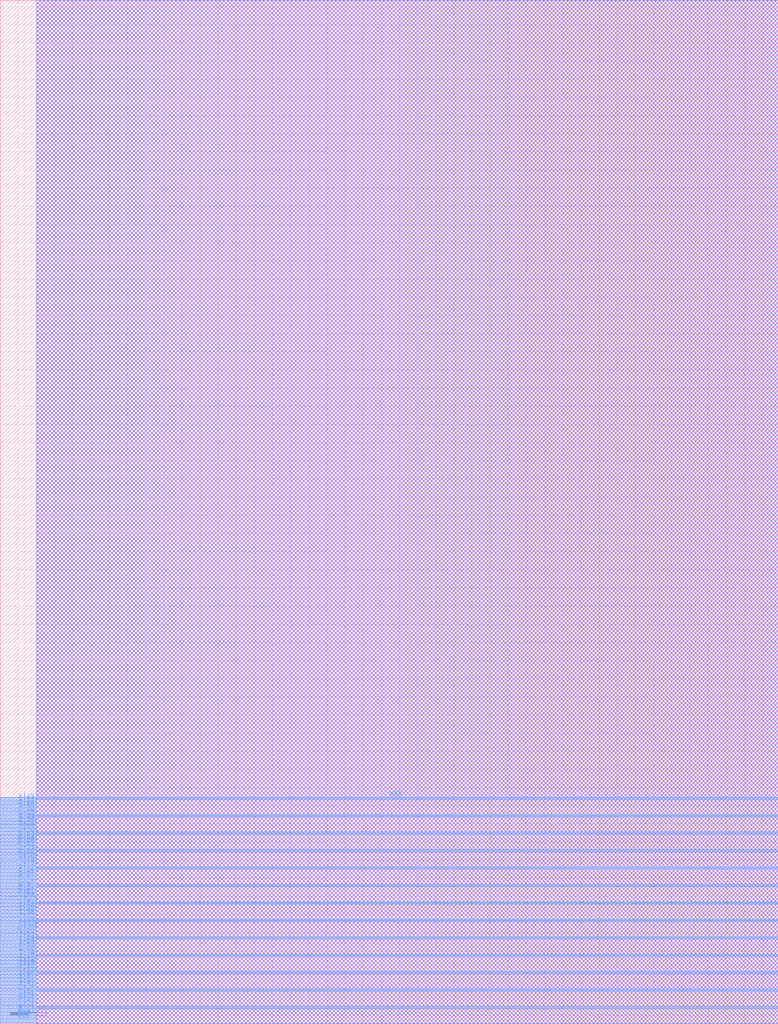
<source format=lef>
VERSION 5.6 ;
BUSBITCHARS "[]" ;
DIVIDERCHAR "/" ;

MACRO SRAM1RW256x46
  CLASS BLOCK ;
  ORIGIN 0 0 ;
  FOREIGN SRAM1RW256x46 0 0 ;
  SIZE 85.728 BY 112.728 ;
  SYMMETRY X Y ;
  SITE coreSite ;
  PIN VDD
    DIRECTION INOUT ;
    USE POWER ;
    PORT 
      LAYER M4 ;
        RECT 0.0 1.632 85.728 1.728 ;
        RECT 0.0 3.552 85.728 3.648 ;
        RECT 0.0 5.472 85.728 5.568 ;
        RECT 0.0 7.392 85.728 7.488 ;
        RECT 0.0 9.312 85.728 9.408 ;
        RECT 0.0 11.232 85.728 11.328 ;
        RECT 0.0 13.152 85.728 13.248 ;
        RECT 0.0 15.072 85.728 15.168 ;
        RECT 0.0 16.992 85.728 17.088 ;
        RECT 0.0 18.912 85.728 19.008 ;
        RECT 0.0 20.832 85.728 20.928 ;
        RECT 0.0 22.752 85.728 22.848 ;
        RECT 0.0 24.672 85.728 24.768 ;
    END 
  END VDD
  PIN VSS
    DIRECTION INOUT ;
    USE GROUND ;
    PORT 
      LAYER M4 ;
        RECT 0.0 1.824 85.728 1.92 ;
        RECT 0.0 3.744 85.728 3.84 ;
        RECT 0.0 5.664 85.728 5.76 ;
        RECT 0.0 7.584 85.728 7.68 ;
        RECT 0.0 9.504 85.728 9.6 ;
        RECT 0.0 11.424 85.728 11.52 ;
        RECT 0.0 13.344 85.728 13.44 ;
        RECT 0.0 15.264 85.728 15.36 ;
        RECT 0.0 17.184 85.728 17.28 ;
        RECT 0.0 19.104 85.728 19.2 ;
        RECT 0.0 21.024 85.728 21.12 ;
        RECT 0.0 22.944 85.728 23.04 ;
        RECT 0.0 24.864 85.728 24.96 ;
    END 
  END VSS
  PIN CE
    DIRECTION INPUT ;
    USE SIGNAL ;
    PORT 
      LAYER M4 ;
        RECT 0.0 0.096 4.0 0.192 ;
    END 
  END CE
  PIN WEB
    DIRECTION INPUT ;
    USE SIGNAL ;
    PORT 
      LAYER M4 ;
        RECT 0.0 0.288 4.0 0.384 ;
    END 
  END WEB
  PIN OEB
    DIRECTION INPUT ;
    USE SIGNAL ;
    PORT 
      LAYER M4 ;
        RECT 0.0 0.48 4.0 0.576 ;
    END 
  END OEB
  PIN CSB
    DIRECTION INPUT ;
    USE SIGNAL ;
    PORT 
      LAYER M4 ;
        RECT 0.0 0.672 4.0 0.768 ;
    END 
  END CSB
  PIN A[0]
    DIRECTION INPUT ;
    USE SIGNAL ;
    PORT 
      LAYER M4 ;
        RECT 0.0 0.864 4.0 0.96 ;
    END 
  END A[0]
  PIN A[1]
    DIRECTION INPUT ;
    USE SIGNAL ;
    PORT 
      LAYER M4 ;
        RECT 0.0 1.056 4.0 1.152 ;
    END 
  END A[1]
  PIN A[2]
    DIRECTION INPUT ;
    USE SIGNAL ;
    PORT 
      LAYER M4 ;
        RECT 0.0 1.248 4.0 1.344 ;
    END 
  END A[2]
  PIN A[3]
    DIRECTION INPUT ;
    USE SIGNAL ;
    PORT 
      LAYER M4 ;
        RECT 0.0 1.44 4.0 1.536 ;
    END 
  END A[3]
  PIN A[4]
    DIRECTION INPUT ;
    USE SIGNAL ;
    PORT 
      LAYER M4 ;
        RECT 0.0 2.016 4.0 2.112 ;
    END 
  END A[4]
  PIN A[5]
    DIRECTION INPUT ;
    USE SIGNAL ;
    PORT 
      LAYER M4 ;
        RECT 0.0 2.208 4.0 2.304 ;
    END 
  END A[5]
  PIN A[6]
    DIRECTION INPUT ;
    USE SIGNAL ;
    PORT 
      LAYER M4 ;
        RECT 0.0 2.4 4.0 2.496 ;
    END 
  END A[6]
  PIN A[7]
    DIRECTION INPUT ;
    USE SIGNAL ;
    PORT 
      LAYER M4 ;
        RECT 0.0 2.592 4.0 2.688 ;
    END 
  END A[7]
  PIN I[0]
    DIRECTION INPUT ;
    USE SIGNAL ;
    PORT 
      LAYER M4 ;
        RECT 0.0 2.784 4.0 2.88 ;
    END 
  END I[0]
  PIN I[1]
    DIRECTION INPUT ;
    USE SIGNAL ;
    PORT 
      LAYER M4 ;
        RECT 0.0 2.976 4.0 3.072 ;
    END 
  END I[1]
  PIN I[2]
    DIRECTION INPUT ;
    USE SIGNAL ;
    PORT 
      LAYER M4 ;
        RECT 0.0 3.168 4.0 3.264 ;
    END 
  END I[2]
  PIN I[3]
    DIRECTION INPUT ;
    USE SIGNAL ;
    PORT 
      LAYER M4 ;
        RECT 0.0 3.36 4.0 3.456 ;
    END 
  END I[3]
  PIN I[4]
    DIRECTION INPUT ;
    USE SIGNAL ;
    PORT 
      LAYER M4 ;
        RECT 0.0 3.936 4.0 4.032 ;
    END 
  END I[4]
  PIN I[5]
    DIRECTION INPUT ;
    USE SIGNAL ;
    PORT 
      LAYER M4 ;
        RECT 0.0 4.128 4.0 4.224 ;
    END 
  END I[5]
  PIN I[6]
    DIRECTION INPUT ;
    USE SIGNAL ;
    PORT 
      LAYER M4 ;
        RECT 0.0 4.32 4.0 4.416 ;
    END 
  END I[6]
  PIN I[7]
    DIRECTION INPUT ;
    USE SIGNAL ;
    PORT 
      LAYER M4 ;
        RECT 0.0 4.512 4.0 4.608 ;
    END 
  END I[7]
  PIN I[8]
    DIRECTION INPUT ;
    USE SIGNAL ;
    PORT 
      LAYER M4 ;
        RECT 0.0 4.704 4.0 4.8 ;
    END 
  END I[8]
  PIN I[9]
    DIRECTION INPUT ;
    USE SIGNAL ;
    PORT 
      LAYER M4 ;
        RECT 0.0 4.896 4.0 4.992 ;
    END 
  END I[9]
  PIN I[10]
    DIRECTION INPUT ;
    USE SIGNAL ;
    PORT 
      LAYER M4 ;
        RECT 0.0 5.088 4.0 5.184 ;
    END 
  END I[10]
  PIN I[11]
    DIRECTION INPUT ;
    USE SIGNAL ;
    PORT 
      LAYER M4 ;
        RECT 0.0 5.28 4.0 5.376 ;
    END 
  END I[11]
  PIN I[12]
    DIRECTION INPUT ;
    USE SIGNAL ;
    PORT 
      LAYER M4 ;
        RECT 0.0 5.856 4.0 5.952 ;
    END 
  END I[12]
  PIN I[13]
    DIRECTION INPUT ;
    USE SIGNAL ;
    PORT 
      LAYER M4 ;
        RECT 0.0 6.048 4.0 6.144 ;
    END 
  END I[13]
  PIN I[14]
    DIRECTION INPUT ;
    USE SIGNAL ;
    PORT 
      LAYER M4 ;
        RECT 0.0 6.24 4.0 6.336 ;
    END 
  END I[14]
  PIN I[15]
    DIRECTION INPUT ;
    USE SIGNAL ;
    PORT 
      LAYER M4 ;
        RECT 0.0 6.432 4.0 6.528 ;
    END 
  END I[15]
  PIN I[16]
    DIRECTION INPUT ;
    USE SIGNAL ;
    PORT 
      LAYER M4 ;
        RECT 0.0 6.624 4.0 6.72 ;
    END 
  END I[16]
  PIN I[17]
    DIRECTION INPUT ;
    USE SIGNAL ;
    PORT 
      LAYER M4 ;
        RECT 0.0 6.816 4.0 6.912 ;
    END 
  END I[17]
  PIN I[18]
    DIRECTION INPUT ;
    USE SIGNAL ;
    PORT 
      LAYER M4 ;
        RECT 0.0 7.008 4.0 7.104 ;
    END 
  END I[18]
  PIN I[19]
    DIRECTION INPUT ;
    USE SIGNAL ;
    PORT 
      LAYER M4 ;
        RECT 0.0 7.2 4.0 7.296 ;
    END 
  END I[19]
  PIN I[20]
    DIRECTION INPUT ;
    USE SIGNAL ;
    PORT 
      LAYER M4 ;
        RECT 0.0 7.776 4.0 7.872 ;
    END 
  END I[20]
  PIN I[21]
    DIRECTION INPUT ;
    USE SIGNAL ;
    PORT 
      LAYER M4 ;
        RECT 0.0 7.968 4.0 8.064 ;
    END 
  END I[21]
  PIN I[22]
    DIRECTION INPUT ;
    USE SIGNAL ;
    PORT 
      LAYER M4 ;
        RECT 0.0 8.16 4.0 8.256 ;
    END 
  END I[22]
  PIN I[23]
    DIRECTION INPUT ;
    USE SIGNAL ;
    PORT 
      LAYER M4 ;
        RECT 0.0 8.352 4.0 8.448 ;
    END 
  END I[23]
  PIN I[24]
    DIRECTION INPUT ;
    USE SIGNAL ;
    PORT 
      LAYER M4 ;
        RECT 0.0 8.544 4.0 8.64 ;
    END 
  END I[24]
  PIN I[25]
    DIRECTION INPUT ;
    USE SIGNAL ;
    PORT 
      LAYER M4 ;
        RECT 0.0 8.736 4.0 8.832 ;
    END 
  END I[25]
  PIN I[26]
    DIRECTION INPUT ;
    USE SIGNAL ;
    PORT 
      LAYER M4 ;
        RECT 0.0 8.928 4.0 9.024 ;
    END 
  END I[26]
  PIN I[27]
    DIRECTION INPUT ;
    USE SIGNAL ;
    PORT 
      LAYER M4 ;
        RECT 0.0 9.12 4.0 9.216 ;
    END 
  END I[27]
  PIN I[28]
    DIRECTION INPUT ;
    USE SIGNAL ;
    PORT 
      LAYER M4 ;
        RECT 0.0 9.696 4.0 9.792 ;
    END 
  END I[28]
  PIN I[29]
    DIRECTION INPUT ;
    USE SIGNAL ;
    PORT 
      LAYER M4 ;
        RECT 0.0 9.888 4.0 9.984 ;
    END 
  END I[29]
  PIN I[30]
    DIRECTION INPUT ;
    USE SIGNAL ;
    PORT 
      LAYER M4 ;
        RECT 0.0 10.08 4.0 10.176 ;
    END 
  END I[30]
  PIN I[31]
    DIRECTION INPUT ;
    USE SIGNAL ;
    PORT 
      LAYER M4 ;
        RECT 0.0 10.272 4.0 10.368 ;
    END 
  END I[31]
  PIN I[32]
    DIRECTION INPUT ;
    USE SIGNAL ;
    PORT 
      LAYER M4 ;
        RECT 0.0 10.464 4.0 10.56 ;
    END 
  END I[32]
  PIN I[33]
    DIRECTION INPUT ;
    USE SIGNAL ;
    PORT 
      LAYER M4 ;
        RECT 0.0 10.656 4.0 10.752 ;
    END 
  END I[33]
  PIN I[34]
    DIRECTION INPUT ;
    USE SIGNAL ;
    PORT 
      LAYER M4 ;
        RECT 0.0 10.848 4.0 10.944 ;
    END 
  END I[34]
  PIN I[35]
    DIRECTION INPUT ;
    USE SIGNAL ;
    PORT 
      LAYER M4 ;
        RECT 0.0 11.04 4.0 11.136 ;
    END 
  END I[35]
  PIN I[36]
    DIRECTION INPUT ;
    USE SIGNAL ;
    PORT 
      LAYER M4 ;
        RECT 0.0 11.616 4.0 11.712 ;
    END 
  END I[36]
  PIN I[37]
    DIRECTION INPUT ;
    USE SIGNAL ;
    PORT 
      LAYER M4 ;
        RECT 0.0 11.808 4.0 11.904 ;
    END 
  END I[37]
  PIN I[38]
    DIRECTION INPUT ;
    USE SIGNAL ;
    PORT 
      LAYER M4 ;
        RECT 0.0 12.0 4.0 12.096 ;
    END 
  END I[38]
  PIN I[39]
    DIRECTION INPUT ;
    USE SIGNAL ;
    PORT 
      LAYER M4 ;
        RECT 0.0 12.192 4.0 12.288 ;
    END 
  END I[39]
  PIN I[40]
    DIRECTION INPUT ;
    USE SIGNAL ;
    PORT 
      LAYER M4 ;
        RECT 0.0 12.384 4.0 12.48 ;
    END 
  END I[40]
  PIN I[41]
    DIRECTION INPUT ;
    USE SIGNAL ;
    PORT 
      LAYER M4 ;
        RECT 0.0 12.576 4.0 12.672 ;
    END 
  END I[41]
  PIN I[42]
    DIRECTION INPUT ;
    USE SIGNAL ;
    PORT 
      LAYER M4 ;
        RECT 0.0 12.768 4.0 12.864 ;
    END 
  END I[42]
  PIN I[43]
    DIRECTION INPUT ;
    USE SIGNAL ;
    PORT 
      LAYER M4 ;
        RECT 0.0 12.96 4.0 13.056 ;
    END 
  END I[43]
  PIN I[44]
    DIRECTION INPUT ;
    USE SIGNAL ;
    PORT 
      LAYER M4 ;
        RECT 0.0 13.536 4.0 13.632 ;
    END 
  END I[44]
  PIN I[45]
    DIRECTION INPUT ;
    USE SIGNAL ;
    PORT 
      LAYER M4 ;
        RECT 0.0 13.728 4.0 13.824 ;
    END 
  END I[45]
  PIN O[0]
    DIRECTION OUTPUT ;
    USE SIGNAL ;
    PORT 
      LAYER M4 ;
        RECT 0.0 13.92 4.0 14.016 ;
    END 
  END O[0]
  PIN O[1]
    DIRECTION OUTPUT ;
    USE SIGNAL ;
    PORT 
      LAYER M4 ;
        RECT 0.0 14.112 4.0 14.208 ;
    END 
  END O[1]
  PIN O[2]
    DIRECTION OUTPUT ;
    USE SIGNAL ;
    PORT 
      LAYER M4 ;
        RECT 0.0 14.304 4.0 14.4 ;
    END 
  END O[2]
  PIN O[3]
    DIRECTION OUTPUT ;
    USE SIGNAL ;
    PORT 
      LAYER M4 ;
        RECT 0.0 14.496 4.0 14.592 ;
    END 
  END O[3]
  PIN O[4]
    DIRECTION OUTPUT ;
    USE SIGNAL ;
    PORT 
      LAYER M4 ;
        RECT 0.0 14.688 4.0 14.784 ;
    END 
  END O[4]
  PIN O[5]
    DIRECTION OUTPUT ;
    USE SIGNAL ;
    PORT 
      LAYER M4 ;
        RECT 0.0 14.88 4.0 14.976 ;
    END 
  END O[5]
  PIN O[6]
    DIRECTION OUTPUT ;
    USE SIGNAL ;
    PORT 
      LAYER M4 ;
        RECT 0.0 15.456 4.0 15.552 ;
    END 
  END O[6]
  PIN O[7]
    DIRECTION OUTPUT ;
    USE SIGNAL ;
    PORT 
      LAYER M4 ;
        RECT 0.0 15.648 4.0 15.744 ;
    END 
  END O[7]
  PIN O[8]
    DIRECTION OUTPUT ;
    USE SIGNAL ;
    PORT 
      LAYER M4 ;
        RECT 0.0 15.84 4.0 15.936 ;
    END 
  END O[8]
  PIN O[9]
    DIRECTION OUTPUT ;
    USE SIGNAL ;
    PORT 
      LAYER M4 ;
        RECT 0.0 16.032 4.0 16.128 ;
    END 
  END O[9]
  PIN O[10]
    DIRECTION OUTPUT ;
    USE SIGNAL ;
    PORT 
      LAYER M4 ;
        RECT 0.0 16.224 4.0 16.32 ;
    END 
  END O[10]
  PIN O[11]
    DIRECTION OUTPUT ;
    USE SIGNAL ;
    PORT 
      LAYER M4 ;
        RECT 0.0 16.416 4.0 16.512 ;
    END 
  END O[11]
  PIN O[12]
    DIRECTION OUTPUT ;
    USE SIGNAL ;
    PORT 
      LAYER M4 ;
        RECT 0.0 16.608 4.0 16.704 ;
    END 
  END O[12]
  PIN O[13]
    DIRECTION OUTPUT ;
    USE SIGNAL ;
    PORT 
      LAYER M4 ;
        RECT 0.0 16.8 4.0 16.896 ;
    END 
  END O[13]
  PIN O[14]
    DIRECTION OUTPUT ;
    USE SIGNAL ;
    PORT 
      LAYER M4 ;
        RECT 0.0 17.376 4.0 17.472 ;
    END 
  END O[14]
  PIN O[15]
    DIRECTION OUTPUT ;
    USE SIGNAL ;
    PORT 
      LAYER M4 ;
        RECT 0.0 17.568 4.0 17.664 ;
    END 
  END O[15]
  PIN O[16]
    DIRECTION OUTPUT ;
    USE SIGNAL ;
    PORT 
      LAYER M4 ;
        RECT 0.0 17.76 4.0 17.856 ;
    END 
  END O[16]
  PIN O[17]
    DIRECTION OUTPUT ;
    USE SIGNAL ;
    PORT 
      LAYER M4 ;
        RECT 0.0 17.952 4.0 18.048 ;
    END 
  END O[17]
  PIN O[18]
    DIRECTION OUTPUT ;
    USE SIGNAL ;
    PORT 
      LAYER M4 ;
        RECT 0.0 18.144 4.0 18.24 ;
    END 
  END O[18]
  PIN O[19]
    DIRECTION OUTPUT ;
    USE SIGNAL ;
    PORT 
      LAYER M4 ;
        RECT 0.0 18.336 4.0 18.432 ;
    END 
  END O[19]
  PIN O[20]
    DIRECTION OUTPUT ;
    USE SIGNAL ;
    PORT 
      LAYER M4 ;
        RECT 0.0 18.528 4.0 18.624 ;
    END 
  END O[20]
  PIN O[21]
    DIRECTION OUTPUT ;
    USE SIGNAL ;
    PORT 
      LAYER M4 ;
        RECT 0.0 18.72 4.0 18.816 ;
    END 
  END O[21]
  PIN O[22]
    DIRECTION OUTPUT ;
    USE SIGNAL ;
    PORT 
      LAYER M4 ;
        RECT 0.0 19.296 4.0 19.392 ;
    END 
  END O[22]
  PIN O[23]
    DIRECTION OUTPUT ;
    USE SIGNAL ;
    PORT 
      LAYER M4 ;
        RECT 0.0 19.488 4.0 19.584 ;
    END 
  END O[23]
  PIN O[24]
    DIRECTION OUTPUT ;
    USE SIGNAL ;
    PORT 
      LAYER M4 ;
        RECT 0.0 19.68 4.0 19.776 ;
    END 
  END O[24]
  PIN O[25]
    DIRECTION OUTPUT ;
    USE SIGNAL ;
    PORT 
      LAYER M4 ;
        RECT 0.0 19.872 4.0 19.968 ;
    END 
  END O[25]
  PIN O[26]
    DIRECTION OUTPUT ;
    USE SIGNAL ;
    PORT 
      LAYER M4 ;
        RECT 0.0 20.064 4.0 20.16 ;
    END 
  END O[26]
  PIN O[27]
    DIRECTION OUTPUT ;
    USE SIGNAL ;
    PORT 
      LAYER M4 ;
        RECT 0.0 20.256 4.0 20.352 ;
    END 
  END O[27]
  PIN O[28]
    DIRECTION OUTPUT ;
    USE SIGNAL ;
    PORT 
      LAYER M4 ;
        RECT 0.0 20.448 4.0 20.544 ;
    END 
  END O[28]
  PIN O[29]
    DIRECTION OUTPUT ;
    USE SIGNAL ;
    PORT 
      LAYER M4 ;
        RECT 0.0 20.64 4.0 20.736 ;
    END 
  END O[29]
  PIN O[30]
    DIRECTION OUTPUT ;
    USE SIGNAL ;
    PORT 
      LAYER M4 ;
        RECT 0.0 21.216 4.0 21.312 ;
    END 
  END O[30]
  PIN O[31]
    DIRECTION OUTPUT ;
    USE SIGNAL ;
    PORT 
      LAYER M4 ;
        RECT 0.0 21.408 4.0 21.504 ;
    END 
  END O[31]
  PIN O[32]
    DIRECTION OUTPUT ;
    USE SIGNAL ;
    PORT 
      LAYER M4 ;
        RECT 0.0 21.6 4.0 21.696 ;
    END 
  END O[32]
  PIN O[33]
    DIRECTION OUTPUT ;
    USE SIGNAL ;
    PORT 
      LAYER M4 ;
        RECT 0.0 21.792 4.0 21.888 ;
    END 
  END O[33]
  PIN O[34]
    DIRECTION OUTPUT ;
    USE SIGNAL ;
    PORT 
      LAYER M4 ;
        RECT 0.0 21.984 4.0 22.08 ;
    END 
  END O[34]
  PIN O[35]
    DIRECTION OUTPUT ;
    USE SIGNAL ;
    PORT 
      LAYER M4 ;
        RECT 0.0 22.176 4.0 22.272 ;
    END 
  END O[35]
  PIN O[36]
    DIRECTION OUTPUT ;
    USE SIGNAL ;
    PORT 
      LAYER M4 ;
        RECT 0.0 22.368 4.0 22.464 ;
    END 
  END O[36]
  PIN O[37]
    DIRECTION OUTPUT ;
    USE SIGNAL ;
    PORT 
      LAYER M4 ;
        RECT 0.0 22.56 4.0 22.656 ;
    END 
  END O[37]
  PIN O[38]
    DIRECTION OUTPUT ;
    USE SIGNAL ;
    PORT 
      LAYER M4 ;
        RECT 0.0 23.136 4.0 23.232 ;
    END 
  END O[38]
  PIN O[39]
    DIRECTION OUTPUT ;
    USE SIGNAL ;
    PORT 
      LAYER M4 ;
        RECT 0.0 23.328 4.0 23.424 ;
    END 
  END O[39]
  PIN O[40]
    DIRECTION OUTPUT ;
    USE SIGNAL ;
    PORT 
      LAYER M4 ;
        RECT 0.0 23.52 4.0 23.616 ;
    END 
  END O[40]
  PIN O[41]
    DIRECTION OUTPUT ;
    USE SIGNAL ;
    PORT 
      LAYER M4 ;
        RECT 0.0 23.712 4.0 23.808 ;
    END 
  END O[41]
  PIN O[42]
    DIRECTION OUTPUT ;
    USE SIGNAL ;
    PORT 
      LAYER M4 ;
        RECT 0.0 23.904 4.0 24.0 ;
    END 
  END O[42]
  PIN O[43]
    DIRECTION OUTPUT ;
    USE SIGNAL ;
    PORT 
      LAYER M4 ;
        RECT 0.0 24.096 4.0 24.192 ;
    END 
  END O[43]
  PIN O[44]
    DIRECTION OUTPUT ;
    USE SIGNAL ;
    PORT 
      LAYER M4 ;
        RECT 0.0 24.288 4.0 24.384 ;
    END 
  END O[44]
  PIN O[45]
    DIRECTION OUTPUT ;
    USE SIGNAL ;
    PORT 
      LAYER M4 ;
        RECT 0.0 24.48 4.0 24.576 ;
    END 
  END O[45]
  OBS 
    LAYER M1 ;
      RECT 4.0 0.0 85.728 112.728 ;
    LAYER M2 ;
      RECT 4.0 0.0 85.728 112.728 ;
    LAYER M3 ;
      RECT 4.0 0.0 85.728 112.728 ;
  END 
END SRAM1RW256x46

END LIBRARY
</source>
